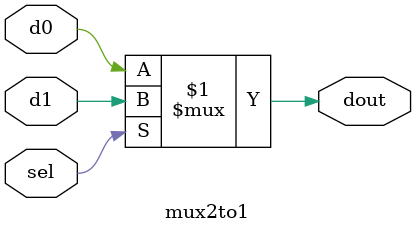
<source format=v>
module mux2to1(
d0, 
d1,
sel, 
dout);

input d0, d1, sel;
output dout;
wire  dout;
  
assign dout = (sel) ? d1 : d0;

endmodule
  

</source>
